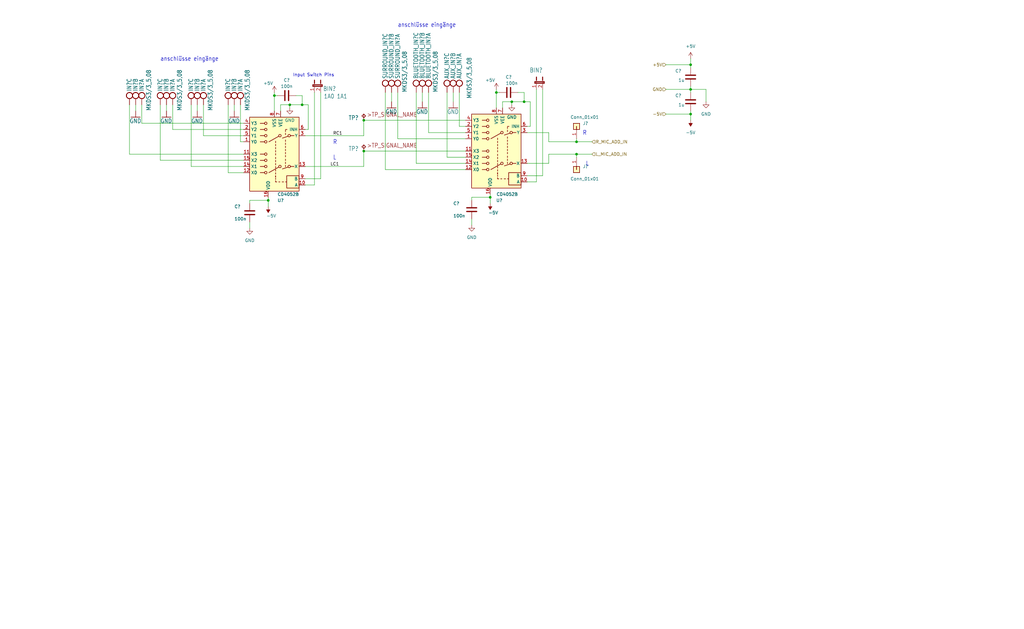
<source format=kicad_sch>
(kicad_sch (version 20211123) (generator eeschema)
  (paper "User" 421.818 259.232)
  (lib_symbols
    (symbol "Analog_Switch:CD4052B"
      (property "Reference" "U" (at -10.16 16.51 0))
      (property "Value" "CD4052B" (at 3.81 16.51 0))
      (symbol "CD4052B_0_1"
        (rectangle (start -10.16 8.89) (end -5.08 13.97) (stroke (width 0.254)))
        (rectangle (start -10.16 15.24) (end 10.16 -15.24) (stroke (width 0.254)) (fill (type background)))
        (circle (center -6.096 -7.62) (radius 0.508) (stroke (width 0.254)))
        (circle (center -6.096 5.08) (radius 0.508) (stroke (width 0.254)))
        (circle (center -2.286 -7.62) (radius 0.508) (stroke (width 0.254)))
        (circle (center -2.286 5.08) (radius 0.508) (stroke (width 0.254)))
        (polyline (pts (xy -8.128 -7.62) (xy -6.604 -7.62)) (stroke (width 0.254)))
        (polyline (pts (xy -8.128 5.08) (xy -6.604 5.08)) (stroke (width 0.254)))
        (polyline (pts (xy -5.588 -7.366) (xy -3.302 -6.604)) (stroke (width 0.254)))
        (polyline (pts (xy -5.588 5.334) (xy -3.302 6.096)) (stroke (width 0.254)))
        (polyline (pts (xy -4.572 -10.16) (xy -5.207 -10.16)) (stroke (width 0.254)))
        (polyline (pts (xy -4.572 -9.906) (xy -4.572 -9.271)) (stroke (width 0.254)))
        (polyline (pts (xy -4.572 -8.636) (xy -4.572 -8.001)) (stroke (width 0.254)))
        (polyline (pts (xy -4.572 -5.842) (xy -4.572 -5.207)) (stroke (width 0.254)))
        (polyline (pts (xy -4.572 -4.572) (xy -4.572 -3.937)) (stroke (width 0.254)))
        (polyline (pts (xy -4.572 -3.302) (xy -4.572 -2.667)) (stroke (width 0.254)))
        (polyline (pts (xy -4.572 -2.032) (xy -4.572 -1.397)) (stroke (width 0.254)))
        (polyline (pts (xy -4.572 -0.762) (xy -4.572 -0.127)) (stroke (width 0.254)))
        (polyline (pts (xy -4.572 0.508) (xy -4.572 1.143)) (stroke (width 0.254)))
        (polyline (pts (xy -4.572 2.032) (xy -4.572 2.667)) (stroke (width 0.254)))
        (polyline (pts (xy -4.572 3.302) (xy -4.572 3.937)) (stroke (width 0.254)))
        (polyline (pts (xy -4.572 4.572) (xy -4.572 5.207)) (stroke (width 0.254)))
        (polyline (pts (xy -4.572 11.43) (xy -5.08 11.43)) (stroke (width 0.254)))
        (polyline (pts (xy -3.81 11.43) (xy -3.175 11.43)) (stroke (width 0.254)))
        (polyline (pts (xy -1.778 -7.366) (xy 2.286 -5.08)) (stroke (width 0.254)))
        (polyline (pts (xy -1.778 5.334) (xy 2.286 7.62)) (stroke (width 0.254)))
        (polyline (pts (xy -1.778 11.43) (xy -2.286 11.43)) (stroke (width 0.254)))
        (polyline (pts (xy -0.508 -5.334) (xy -0.508 -4.699)) (stroke (width 0.254)))
        (polyline (pts (xy -0.508 -4.064) (xy -0.508 -3.429)) (stroke (width 0.254)))
        (polyline (pts (xy -0.508 -2.794) (xy -0.508 -2.159)) (stroke (width 0.254)))
        (polyline (pts (xy -0.508 -1.524) (xy -0.508 -0.889)) (stroke (width 0.254)))
        (polyline (pts (xy -0.508 -0.254) (xy -0.508 0.381)) (stroke (width 0.254)))
        (polyline (pts (xy -0.508 1.27) (xy -0.508 1.905)) (stroke (width 0.254)))
        (polyline (pts (xy -0.508 2.54) (xy -0.508 3.175)) (stroke (width 0.254)))
        (polyline (pts (xy -0.508 3.81) (xy -0.508 4.445)) (stroke (width 0.254)))
        (polyline (pts (xy -0.508 5.08) (xy -0.508 5.715)) (stroke (width 0.254)))
        (polyline (pts (xy -0.508 6.35) (xy -0.508 6.985)) (stroke (width 0.254)))
        (polyline (pts (xy -0.508 7.62) (xy -0.508 8.255)) (stroke (width 0.254)))
        (polyline (pts (xy -0.508 8.89) (xy -0.508 9.398)) (stroke (width 0.254)))
        (polyline (pts (xy -0.508 8.89) (xy -0.508 9.525)) (stroke (width 0.254)))
        (polyline (pts (xy -0.508 9.906) (xy -0.508 10.414)) (stroke (width 0.254)))
        (polyline (pts (xy -0.508 10.922) (xy -0.508 11.43)) (stroke (width 0.254)))
        (polyline (pts (xy -0.508 11.43) (xy -1.016 11.43)) (stroke (width 0.254)))
        (polyline (pts (xy 4.064 -12.7) (xy 5.842 -12.7)) (stroke (width 0.254)))
        (polyline (pts (xy 4.064 -10.16) (xy 5.842 -10.16)) (stroke (width 0.254)))
        (polyline (pts (xy 4.064 -7.62) (xy 5.842 -7.62)) (stroke (width 0.254)))
        (polyline (pts (xy 4.064 -5.08) (xy 5.842 -5.08)) (stroke (width 0.254)))
        (polyline (pts (xy 4.064 0) (xy 5.842 0)) (stroke (width 0.254)))
        (polyline (pts (xy 4.064 2.54) (xy 5.842 2.54)) (stroke (width 0.254)))
        (polyline (pts (xy 4.064 5.08) (xy 5.842 5.08)) (stroke (width 0.254)))
        (polyline (pts (xy 4.064 7.62) (xy 5.842 7.62)) (stroke (width 0.254)))
        (circle (center 3.556 -12.7) (radius 0.508) (stroke (width 0.254)))
        (circle (center 3.556 -10.16) (radius 0.508) (stroke (width 0.254)))
        (circle (center 3.556 -7.62) (radius 0.508) (stroke (width 0.254)))
        (circle (center 3.556 -5.08) (radius 0.508) (stroke (width 0.254)))
        (circle (center 3.556 0) (radius 0.508) (stroke (width 0.254)))
        (circle (center 3.556 2.54) (radius 0.508) (stroke (width 0.254)))
        (circle (center 3.556 5.08) (radius 0.508) (stroke (width 0.254)))
        (circle (center 3.556 7.62) (radius 0.508) (stroke (width 0.254)))
      )
      (symbol "CD4052B_1_1"
        (pin bidirectional line (at 12.7 -5.08 180) (length 2.54) (name "Y0") (number "1"))
        (pin input line (at -12.7 12.7 0) (length 2.54) (name "A") (number "10"))
        (pin bidirectional line (at 12.7 0 180) (length 2.54) (name "X3") (number "11"))
        (pin bidirectional line (at 12.7 7.62 180) (length 2.54) (name "X0") (number "12"))
        (pin bidirectional line (at -12.7 5.08 0) (length 2.54) (name "X") (number "13"))
        (pin bidirectional line (at 12.7 5.08 180) (length 2.54) (name "X1") (number "14"))
        (pin bidirectional line (at 12.7 2.54 180) (length 2.54) (name "X2") (number "15"))
        (pin power_in line (at 2.54 17.78 270) (length 2.54) (name "VDD") (number "16"))
        (pin bidirectional line (at 12.7 -10.16 180) (length 2.54) (name "Y2") (number "2"))
        (pin bidirectional line (at -12.7 -7.62 0) (length 2.54) (name "Y") (number "3"))
        (pin bidirectional line (at 12.7 -12.7 180) (length 2.54) (name "Y3") (number "4"))
        (pin bidirectional line (at 12.7 -7.62 180) (length 2.54) (name "Y1") (number "5"))
        (pin input line (at -12.7 -10.16 0) (length 2.54) (name "INH") (number "6"))
        (pin power_in line (at -2.54 -17.78 90) (length 2.54) (name "VEE") (number "7"))
        (pin power_in line (at 0 -17.78 90) (length 2.54) (name "VSS") (number "8"))
        (pin input line (at -12.7 10.16 0) (length 2.54) (name "B") (number "9"))
      )
    )
    (symbol "Connector_Generic:Conn_01x01" (pin_names (offset 1.016) hide)
      (property "Reference" "J" (at 0 2.54 0))
      (property "Value" "Conn_01x01" (at 0 -2.54 0))
      (symbol "Conn_01x01_1_1"
        (rectangle (start -1.27 0.127) (end 0 -0.127) (stroke (width 0.1524)))
        (rectangle (start -1.27 1.27) (end 1.27 -1.27) (stroke (width 0.254)) (fill (type background)))
        (pin passive line (at -5.08 0 0) (length 3.81) (name "Pin_1") (number "1"))
      )
    )
    (symbol "Device:C" (pin_numbers hide) (pin_names (offset 0.254))
      (property "Reference" "C" (at 0.635 2.54 0))
      (property "Value" "C" (at 0.635 -2.54 0))
      (symbol "C_0_1"
        (polyline (pts (xy -2.032 -0.762) (xy 2.032 -0.762)) (stroke (width 0.508)))
        (polyline (pts (xy -2.032 0.762) (xy 2.032 0.762)) (stroke (width 0.508)))
      )
      (symbol "C_1_1"
        (pin passive line (at 0 3.81 270) (length 2.794) (name "~") (number "1"))
        (pin passive line (at 0 -3.81 90) (length 2.794) (name "~") (number "2"))
      )
    )
    (symbol "Steuerungsmodul-eagle-import:GND" (power)
      (property "Value" "GND" (at -2.54 -2.54 0))
      (symbol "GND_1_0"
        (polyline (pts (xy -1.905 0) (xy 1.905 0)) (stroke (width 0.254)))
        (pin power_in line (at 0 2.54 270) (length 2.54) (name "GND") (number "1"))
      )
    )
    (symbol "Steuerungsmodul-eagle-import:JMP2"
      (property "Reference" "X" (at -1.27 0 90))
      (property "Value" "JMP2" (at 5.715 0 90))
      (symbol "JMP2_1_0"
        (polyline (pts (xy -0.635 0) (xy 3.175 0)) (stroke (width 0.4064)))
        (polyline (pts (xy -0.635 0.635) (xy -0.635 0)) (stroke (width 0.4064)))
        (polyline (pts (xy 0 0) (xy 0 1.27)) (stroke (width 0.1524)))
        (polyline (pts (xy 0 2.54) (xy 0 1.27)) (stroke (width 0.4064)))
        (polyline (pts (xy 2.54 0) (xy 2.54 1.27)) (stroke (width 0.1524)))
        (polyline (pts (xy 2.54 2.54) (xy 2.54 1.27)) (stroke (width 0.4064)))
        (polyline (pts (xy 3.175 0) (xy 3.175 0.635)) (stroke (width 0.4064)))
        (polyline (pts (xy 3.175 0.635) (xy -0.635 0.635)) (stroke (width 0.4064)))
        (pin passive line (at 0 -2.54 90) (length 2.54) (name "1") (number "1"))
        (pin passive line (at 2.54 -2.54 90) (length 2.54) (name "2") (number "2"))
      )
    )
    (symbol "Steuerungsmodul-eagle-import:MKDS3{slash}3_5,08"
      (property "Reference" "X" (at 0.508 1.651 0))
      (property "Value" "MKDS3{slash}3_5,08" (at -5.08 -1.143 0))
      (symbol "MKDS3{slash}3_5,08_1_0"
        (circle (center -1.27 2.54) (radius 1.27) (stroke (width 0.254)))
        (circle (center -1.27 2.54) (radius 1.27) (stroke (width 0.254)))
        (circle (center -1.27 2.54) (radius 1.27) (stroke (width 0.254)))
        (pin passive line (at -5.08 2.54 0) (length 2.54) (name "KL") (number "P$1"))
      )
      (symbol "MKDS3{slash}3_5,08_2_0"
        (circle (center -1.27 2.54) (radius 1.27) (stroke (width 0.254)))
        (circle (center -1.27 2.54) (radius 1.27) (stroke (width 0.254)))
        (circle (center -1.27 2.54) (radius 1.27) (stroke (width 0.254)))
        (pin passive line (at -5.08 2.54 0) (length 2.54) (name "KL") (number "P$2"))
      )
      (symbol "MKDS3{slash}3_5,08_3_0"
        (circle (center -1.27 2.54) (radius 1.27) (stroke (width 0.254)))
        (circle (center -1.27 2.54) (radius 1.27) (stroke (width 0.254)))
        (circle (center -1.27 2.54) (radius 1.27) (stroke (width 0.254)))
        (pin passive line (at -5.08 2.54 0) (length 2.54) (name "KL") (number "P$3"))
      )
    )
    (symbol "Steuerungsmodul-eagle-import:TPB2,54"
      (property "Reference" "TP" (at -1.27 1.27 0))
      (symbol "TPB2,54_1_0"
        (polyline (pts (xy -0.762 -0.762) (xy 0 0)) (stroke (width 0.254)))
        (polyline (pts (xy 0 -1.524) (xy -0.762 -0.762)) (stroke (width 0.254)))
        (polyline (pts (xy 0 0) (xy 0.762 -0.762)) (stroke (width 0.254)))
        (polyline (pts (xy 0.762 -0.762) (xy 0 -1.524)) (stroke (width 0.254)))
        (text ">TP_SIGNAL_NAME" (at 1.27 -1.27 0) (effects (font (size 1.778 1.5113)) (justify left bottom)))
        (pin input line (at 0 -2.54 90) (length 2.54) (name "TP") (number "TP"))
      )
    )
    (symbol "power:+5V" (power) (pin_names (offset 0))
      (property "Value" "+5V" (at 0 3.556 0))
      (symbol "+5V_0_1"
        (polyline (pts (xy -0.762 1.27) (xy 0 2.54)))
        (polyline (pts (xy 0 0) (xy 0 2.54)))
        (polyline (pts (xy 0 2.54) (xy 0.762 1.27)))
      )
      (symbol "+5V_1_1"
        (pin power_in line (at 0 0 90) (length 0) hide (name "+5V") (number "1"))
      )
    )
    (symbol "power:-5V" (power) (pin_names (offset 0))
      (property "Value" "-5V" (at 0 3.81 0))
      (symbol "-5V_0_0"
        (pin power_in line (at 0 0 90) (length 0) hide (name "-5V") (number "1"))
      )
      (symbol "-5V_0_1"
        (polyline (pts (xy 0 0) (xy 0 1.27) (xy 0.762 1.27) (xy 0 2.54) (xy -0.762 1.27) (xy 0 1.27)) (fill (type outline)))
      )
    )
    (symbol "power:GND" (power) (pin_names (offset 0))
      (property "Value" "GND" (at 0 -3.81 0))
      (symbol "GND_0_1"
        (polyline (pts (xy 0 0) (xy 0 -1.27) (xy 1.27 -1.27) (xy 0 -2.54) (xy -1.27 -1.27) (xy 0 -1.27)))
      )
      (symbol "GND_1_1"
        (pin power_in line (at 0 0 270) (length 0) hide (name "GND") (number "1"))
      )
    )
  )
  (junction (at 215.9 41.91))
  (junction (at 204.47 38.1))
  (junction (at 149.86 49.53))
  (junction (at 119.38 43.18))
  (junction (at 284.48 26.67))
  (junction (at 284.48 46.99))
  (junction (at 237.49 63.5))
  (junction (at 113.03 39.37))
  (junction (at 284.48 36.83))
  (junction (at 149.86 62.23))
  (junction (at 210.82 41.91))
  (junction (at 110.49 82.55))
  (junction (at 237.49 58.42))
  (junction (at 124.46 43.18))
  (junction (at 201.93 81.28))
  (wire (pts (xy 149.86 62.23) (xy 191.77 62.23)))
  (wire (pts (xy 93.98 43.18) (xy 93.98 71.12)))
  (wire (pts (xy 71.12 53.34) (xy 100.33 53.34)))
  (wire (pts (xy 215.9 41.91) (xy 218.44 41.91)))
  (wire (pts (xy 149.86 55.88) (xy 149.86 49.53)))
  (wire (pts (xy 226.06 58.42) (xy 226.06 54.61)))
  (wire (pts (xy 284.48 46.99) (xy 284.48 49.53)))
  (wire (pts (xy 237.49 63.5) (xy 226.06 63.5)))
  (wire (pts (xy 158.75 69.85) (xy 191.77 69.85)))
  (wire (pts (xy 100.33 68.58) (xy 78.74 68.58)))
  (wire (pts (xy 210.82 41.91) (xy 210.82 43.18)))
  (wire (pts (xy 217.17 67.31) (xy 226.06 67.31)))
  (wire (pts (xy 237.49 58.42) (xy 226.06 58.42)))
  (wire (pts (xy 58.42 43.18) (xy 58.42 50.8)))
  (wire (pts (xy 110.49 82.55) (xy 102.87 82.55)))
  (wire (pts (xy 184.15 64.77) (xy 191.77 64.77)))
  (wire (pts (xy 204.47 38.1) (xy 204.47 44.45)))
  (wire (pts (xy 243.84 58.42) (xy 237.49 58.42)))
  (wire (pts (xy 115.57 45.72) (xy 115.57 43.18)))
  (wire (pts (xy 207.01 41.91) (xy 210.82 41.91)))
  (wire (pts (xy 215.9 38.1) (xy 215.9 41.91)))
  (wire (pts (xy 102.87 82.55) (xy 102.87 83.82)))
  (wire (pts (xy 119.38 43.18) (xy 119.38 44.45)))
  (wire (pts (xy 284.48 26.67) (xy 284.48 27.94)))
  (wire (pts (xy 125.73 73.66) (xy 132.08 73.66)))
  (wire (pts (xy 220.98 36.83) (xy 220.98 74.93)))
  (wire (pts (xy 207.01 44.45) (xy 207.01 41.91)))
  (wire (pts (xy 223.52 72.39) (xy 223.52 36.83)))
  (wire (pts (xy 110.49 81.28) (xy 110.49 82.55)))
  (wire (pts (xy 237.49 63.5) (xy 237.49 64.77)))
  (wire (pts (xy 210.82 41.91) (xy 215.9 41.91)))
  (wire (pts (xy 194.31 81.28) (xy 194.31 82.55)))
  (wire (pts (xy 55.88 45.72) (xy 55.88 43.18)))
  (wire (pts (xy 110.49 82.55) (xy 110.49 85.09)))
  (wire (pts (xy 217.17 72.39) (xy 223.52 72.39)))
  (wire (pts (xy 115.57 43.18) (xy 119.38 43.18)))
  (wire (pts (xy 204.47 36.83) (xy 204.47 38.1)))
  (wire (pts (xy 149.86 68.58) (xy 149.86 62.23)))
  (wire (pts (xy 274.32 46.99) (xy 284.48 46.99)))
  (wire (pts (xy 186.69 38.1) (xy 186.69 41.91)))
  (wire (pts (xy 290.83 36.83) (xy 290.83 41.91)))
  (wire (pts (xy 125.73 68.58) (xy 149.86 68.58)))
  (wire (pts (xy 217.17 52.07) (xy 218.44 52.07)))
  (wire (pts (xy 243.84 63.5) (xy 237.49 63.5)))
  (wire (pts (xy 226.06 63.5) (xy 226.06 67.31)))
  (wire (pts (xy 204.47 38.1) (xy 205.74 38.1)))
  (wire (pts (xy 81.28 45.72) (xy 81.28 43.18)))
  (wire (pts (xy 189.23 38.1) (xy 189.23 52.07)))
  (wire (pts (xy 102.87 91.44) (xy 102.87 93.98)))
  (wire (pts (xy 284.48 36.83) (xy 290.83 36.83)))
  (wire (pts (xy 71.12 43.18) (xy 71.12 53.34)))
  (wire (pts (xy 119.38 43.18) (xy 124.46 43.18)))
  (wire (pts (xy 113.03 38.1) (xy 113.03 39.37)))
  (wire (pts (xy 78.74 68.58) (xy 78.74 43.18)))
  (wire (pts (xy 173.99 41.91) (xy 173.99 38.1)))
  (wire (pts (xy 163.83 57.15) (xy 191.77 57.15)))
  (wire (pts (xy 113.03 39.37) (xy 114.3 39.37)))
  (wire (pts (xy 100.33 63.5) (xy 53.34 63.5)))
  (wire (pts (xy 68.58 45.72) (xy 68.58 43.18)))
  (wire (pts (xy 96.52 45.72) (xy 96.52 43.18)))
  (wire (pts (xy 189.23 52.07) (xy 191.77 52.07)))
  (wire (pts (xy 218.44 41.91) (xy 218.44 52.07)))
  (wire (pts (xy 100.33 66.04) (xy 66.04 66.04)))
  (wire (pts (xy 171.45 38.1) (xy 171.45 67.31)))
  (wire (pts (xy 124.46 43.18) (xy 127 43.18)))
  (wire (pts (xy 176.53 54.61) (xy 191.77 54.61)))
  (wire (pts (xy 93.98 71.12) (xy 100.33 71.12)))
  (wire (pts (xy 99.06 43.18) (xy 99.06 58.42)))
  (wire (pts (xy 201.93 81.28) (xy 194.31 81.28)))
  (wire (pts (xy 53.34 63.5) (xy 53.34 43.18)))
  (wire (pts (xy 217.17 74.93) (xy 220.98 74.93)))
  (wire (pts (xy 284.48 36.83) (xy 284.48 38.1)))
  (wire (pts (xy 184.15 38.1) (xy 184.15 64.77)))
  (wire (pts (xy 158.75 38.1) (xy 158.75 69.85)))
  (wire (pts (xy 121.92 39.37) (xy 124.46 39.37)))
  (wire (pts (xy 127 53.34) (xy 127 43.18)))
  (wire (pts (xy 194.31 90.17) (xy 194.31 92.71)))
  (wire (pts (xy 201.93 81.28) (xy 201.93 83.82)))
  (wire (pts (xy 163.83 38.1) (xy 163.83 57.15)))
  (wire (pts (xy 129.54 38.1) (xy 129.54 76.2)))
  (wire (pts (xy 149.86 49.53) (xy 191.77 49.53)))
  (wire (pts (xy 100.33 50.8) (xy 58.42 50.8)))
  (wire (pts (xy 274.32 26.67) (xy 284.48 26.67)))
  (wire (pts (xy 99.06 58.42) (xy 100.33 58.42)))
  (wire (pts (xy 274.32 36.83) (xy 284.48 36.83)))
  (wire (pts (xy 237.49 57.15) (xy 237.49 58.42)))
  (wire (pts (xy 217.17 54.61) (xy 226.06 54.61)))
  (wire (pts (xy 171.45 67.31) (xy 191.77 67.31)))
  (wire (pts (xy 66.04 66.04) (xy 66.04 43.18)))
  (wire (pts (xy 284.48 35.56) (xy 284.48 36.83)))
  (wire (pts (xy 125.73 53.34) (xy 127 53.34)))
  (wire (pts (xy 284.48 45.72) (xy 284.48 46.99)))
  (wire (pts (xy 161.29 41.91) (xy 161.29 38.1)))
  (wire (pts (xy 113.03 39.37) (xy 113.03 45.72)))
  (wire (pts (xy 83.82 55.88) (xy 100.33 55.88)))
  (wire (pts (xy 125.73 55.88) (xy 149.86 55.88)))
  (wire (pts (xy 201.93 80.01) (xy 201.93 81.28)))
  (wire (pts (xy 213.36 38.1) (xy 215.9 38.1)))
  (wire (pts (xy 176.53 38.1) (xy 176.53 54.61)))
  (wire (pts (xy 132.08 73.66) (xy 132.08 38.1)))
  (wire (pts (xy 284.48 24.13) (xy 284.48 26.67)))
  (wire (pts (xy 125.73 76.2) (xy 129.54 76.2)))
  (wire (pts (xy 124.46 39.37) (xy 124.46 43.18)))
  (wire (pts (xy 83.82 43.18) (xy 83.82 55.88)))
  (text "R" (at 137.16 59.69 180) (effects (font (size 1.778 1.5113)) (justify left bottom)))
  (text "L" (at 137.16 66.04 180) (effects (font (size 1.778 1.5113)) (justify left bottom)))
  (text "L" (at 241.3 68.58 180) (effects (font (size 1.778 1.5113)) (justify left bottom)))
  (text "Input Switch Pins\n" (at 120.65 31.75 0) (effects (font (size 1.27 1.27)) (justify left bottom)))
  (text "R" (at 240.03 55.88 180) (effects (font (size 1.778 1.5113)) (justify left bottom)))
  (text "anschlüsse eingänge" (at 163.83 11.43 180) (effects (font (size 1.778 1.5113)) (justify left bottom)))
  (text "anschlüsse eingänge" (at 66.04 25.4 180) (effects (font (size 1.778 1.5113)) (justify left bottom)))
  (label "RC1" (at 137.16 55.88 0) (effects (font (size 1.2446 1.2446))))
  (label "LC1" (at 139.7 68.58 180) (effects (font (size 1.2446 1.2446))))
  (hierarchical_label "L_MIC_ADD_IN" (shape input) (at 243.84 63.5 0))
  (hierarchical_label "R_MIC_ADD_IN" (shape input) (at 243.84 58.42 0))
  (hierarchical_label "GND" (shape input) (at 274.32 36.83 180))
  (hierarchical_label "-5V" (shape input) (at 274.32 46.99 180))
  (hierarchical_label "+5V" (shape input) (at 274.32 26.67 180))
  (symbol (lib_id "Steuerungsmodul-eagle-import:GND") (at 186.69 44.45 0) (unit 1)
    (property "Reference" "#GND?" (effects hide))
    (property "Value" "GND" (at 184.15 46.99 0) (effects (font (size 1.778 1.5113)) (justify left bottom)))
    (property "Footprint" "Steuerungsmodul:" (effects hide))
  )
  (symbol (lib_id "Steuerungsmodul-eagle-import:MKDS3{slash}3_5,08") (at 99.06 38.1 90) (unit 2)
    (property "Reference" "IN?" (at 97.409 37.592 0) (effects (font (size 1.778 1.5113)) (justify left bottom)))
    (property "Value" "MKDS3{slash}3_5,08" (effects hide))
    (property "Footprint" "Steuerungsmodul:MKDS3_3_5,08" (effects hide))
  )
  (symbol (lib_id "Steuerungsmodul-eagle-import:JMP2") (at 129.54 35.56 0) (unit 1)
    (property "Reference" "BIN?" (at 138.43 35.56 0) (effects (font (size 1.778 1.5113)) (justify right top)))
    (property "Value" "1A0 1A1" (at 133.35 40.64 0) (effects (font (size 1.778 1.5113)) (justify left bottom)))
    (property "Footprint" "Steuerungsmodul:JMP2" (effects hide))
  )
  (symbol (lib_id "Steuerungsmodul-eagle-import:MKDS3{slash}3_5,08") (at 173.99 33.02 90) (unit 3)
    (property "Reference" "BLUETOOTH_IN?" (at 172.339 32.512 0) (effects (font (size 1.778 1.5113)) (justify left bottom)))
    (property "Value" "MKDS3{slash}3_5,08" (at 180.34 38.1 0) (effects (font (size 1.778 1.5113)) (justify left bottom)))
    (property "Footprint" "Steuerungsmodul:MKDS3_3_5,08" (effects hide))
  )
  (symbol (lib_id "Steuerungsmodul-eagle-import:GND") (at 173.99 44.45 0) (unit 1)
    (property "Reference" "#GND?" (effects hide))
    (property "Value" "GND" (at 171.45 46.99 0) (effects (font (size 1.778 1.5113)) (justify left bottom)))
    (property "Footprint" "Steuerungsmodul:" (effects hide))
  )
  (symbol (lib_id "Steuerungsmodul-eagle-import:TPB2,54") (at 149.86 46.99 0) (unit 1)
    (property "Reference" "TP?" (at 143.51 49.53 0) (effects (font (size 1.778 1.5113)) (justify left bottom)))
    (property "Value" "TPB2,54" (effects hide))
    (property "Footprint" "Steuerungsmodul:B2,54" (effects hide))
  )
  (symbol (lib_id "Steuerungsmodul-eagle-import:GND") (at 55.88 48.26 0) (unit 1)
    (property "Reference" "#GND?" (effects hide))
    (property "Value" "GND" (at 53.34 50.8 0) (effects (font (size 1.778 1.5113)) (justify left bottom)))
    (property "Footprint" "Steuerungsmodul:" (effects hide))
  )
  (symbol (lib_id "Device:C") (at 102.87 87.63 0) (unit 1)
    (property "Reference" "C?" (at 96.52 85.09 0) (effects (justify left)))
    (property "Value" "100n" (at 96.52 90.17 0) (effects (justify left)))
    (property "Footprint" "Capacitor_SMD:C_0805_2012Metric" (effects hide))
  )
  (symbol (lib_id "Steuerungsmodul-eagle-import:MKDS3{slash}3_5,08") (at 186.69 33.02 90) (unit 3)
    (property "Reference" "AUX_IN?" (at 185.039 32.512 0) (effects (font (size 1.778 1.5113)) (justify left bottom)))
    (property "Value" "MKDS3{slash}3_5,08" (at 194.31 40.64 0) (effects (font (size 1.778 1.5113)) (justify left bottom)))
    (property "Footprint" "Steuerungsmodul:MKDS3_3_5,08" (effects hide))
  )
  (symbol (lib_id "Analog_Switch:CD4052B") (at 204.47 62.23 180) (unit 1)
    (property "Reference" "U?" (at 207.01 82.55 0) (effects (justify left)))
    (property "Value" "CD4052B" (at 213.36 80.01 0) (effects (justify left)))
    (property "Datasheet" "http://www.ti.com/lit/ds/symlink/cd4052b.pdf" (effects hide))
  )
  (symbol (lib_id "Connector_Generic:Conn_01x01") (at 237.49 52.07 90) (unit 1)
    (property "Reference" "J?" (at 240.03 50.7999 90) (effects (justify right)))
    (property "Value" "Conn_01x01" (at 234.95 48.26 90) (effects (justify right)))
    (property "Footprint" "Connector_PinSocket_2.54mm:PinSocket_1x01_P2.54mm_Vertical" (effects hide))
  )
  (symbol (lib_id "Steuerungsmodul-eagle-import:MKDS3{slash}3_5,08") (at 163.83 33.02 90) (unit 2)
    (property "Reference" "SURROUND_IN?" (at 162.179 32.512 0) (effects (font (size 1.778 1.5113)) (justify left bottom)))
    (property "Value" "MKDS3{slash}3_5,08" (effects hide))
    (property "Footprint" "Steuerungsmodul:MKDS3_3_5,08" (effects hide))
  )
  (symbol (lib_id "power:GND") (at 119.38 44.45 0) (unit 1)
    (property "Reference" "#PWR?" (effects hide))
    (property "Value" "GND" (at 119.38 49.53 0))
  )
  (symbol (lib_id "Steuerungsmodul-eagle-import:MKDS3{slash}3_5,08") (at 96.52 38.1 90) (unit 3)
    (property "Reference" "IN?" (at 94.869 37.592 0) (effects (font (size 1.778 1.5113)) (justify left bottom)))
    (property "Value" "MKDS3{slash}3_5,08" (at 102.87 45.72 0) (effects (font (size 1.778 1.5113)) (justify left bottom)))
    (property "Footprint" "Steuerungsmodul:MKDS3_3_5,08" (effects hide))
  )
  (symbol (lib_id "Device:C") (at 284.48 41.91 0) (unit 1)
    (property "Reference" "C?" (at 278.13 39.37 0) (effects (justify left)))
    (property "Value" "1u" (at 279.4 43.18 0) (effects (justify left)))
  )
  (symbol (lib_id "Steuerungsmodul-eagle-import:MKDS3{slash}3_5,08") (at 81.28 38.1 90) (unit 3)
    (property "Reference" "IN?" (at 79.629 37.592 0) (effects (font (size 1.778 1.5113)) (justify left bottom)))
    (property "Value" "MKDS3{slash}3_5,08" (at 87.63 45.72 0) (effects (font (size 1.778 1.5113)) (justify left bottom)))
    (property "Footprint" "Steuerungsmodul:MKDS3_3_5,08" (effects hide))
  )
  (symbol (lib_id "Steuerungsmodul-eagle-import:TPB2,54") (at 149.86 59.69 0) (unit 1)
    (property "Reference" "TP?" (at 143.51 62.23 0) (effects (font (size 1.778 1.5113)) (justify left bottom)))
    (property "Value" "TPB2,54" (effects hide))
    (property "Footprint" "Steuerungsmodul:B2,54" (effects hide))
  )
  (symbol (lib_id "Analog_Switch:CD4052B") (at 113.03 63.5 180) (unit 1)
    (property "Reference" "U?" (at 114.3 82.55 0) (effects (justify right)))
    (property "Value" "CD4052B" (at 114.3 80.01 0) (effects (justify right)))
    (property "Datasheet" "http://www.ti.com/lit/ds/symlink/cd4052b.pdf" (effects hide))
  )
  (symbol (lib_id "Steuerungsmodul-eagle-import:MKDS3{slash}3_5,08") (at 189.23 33.02 90) (unit 2)
    (property "Reference" "AUX_IN?" (at 187.579 32.512 0) (effects (font (size 1.778 1.5113)) (justify left bottom)))
    (property "Value" "MKDS3{slash}3_5,08" (effects hide))
    (property "Footprint" "Steuerungsmodul:MKDS3_3_5,08" (effects hide))
  )
  (symbol (lib_id "power:GND") (at 210.82 43.18 0) (unit 1)
    (property "Reference" "#PWR?" (effects hide))
    (property "Value" "GND" (at 210.82 48.26 0))
  )
  (symbol (lib_id "Steuerungsmodul-eagle-import:GND") (at 96.52 48.26 0) (unit 1)
    (property "Reference" "#GND?" (effects hide))
    (property "Value" "GND" (at 93.98 50.8 0) (effects (font (size 1.778 1.5113)) (justify left bottom)))
    (property "Footprint" "Steuerungsmodul:" (effects hide))
  )
  (symbol (lib_id "power:-5V") (at 201.93 83.82 180) (unit 1)
    (property "Reference" "#PWR?" (effects hide))
    (property "Value" "-5V" (at 203.2 87.63 0))
  )
  (symbol (lib_id "Steuerungsmodul-eagle-import:MKDS3{slash}3_5,08") (at 73.66 38.1 90) (unit 1)
    (property "Reference" "IN?" (at 72.009 37.592 0) (effects (font (size 1.778 1.5113)) (justify left bottom)))
    (property "Value" "MKDS3{slash}3_5,08" (effects hide))
    (property "Footprint" "Steuerungsmodul:MKDS3_3_5,08" (effects hide))
  )
  (symbol (lib_id "Steuerungsmodul-eagle-import:JMP2") (at 220.98 34.29 0) (unit 1)
    (property "Reference" "BIN?" (at 223.52 27.94 0) (effects (font (size 1.778 1.5113)) (justify right top)))
    (property "Value" "2A0 2A1" (at 224.79 39.37 0) (effects (font (size 1.778 1.5113)) (justify left bottom)))
    (property "Footprint" "Steuerungsmodul:JMP2" (effects hide))
    (property "Value" "B" (effects hide))
  )
  (symbol (lib_id "Steuerungsmodul-eagle-import:MKDS3{slash}3_5,08") (at 60.96 38.1 90) (unit 1)
    (property "Reference" "IN?" (at 59.309 37.592 0) (effects (font (size 1.778 1.5113)) (justify left bottom)))
    (property "Value" "MKDS3{slash}3_5,08" (effects hide))
    (property "Footprint" "Steuerungsmodul:MKDS3_3_5,08" (effects hide))
  )
  (symbol (lib_id "power:GND") (at 194.31 92.71 0) (unit 1)
    (property "Reference" "#PWR?" (effects hide))
    (property "Value" "GND" (at 194.31 97.79 0))
  )
  (symbol (lib_id "power:+5V") (at 113.03 38.1 0) (unit 1)
    (property "Reference" "#PWR?" (effects hide))
    (property "Value" "+5V" (at 110.49 34.29 0))
  )
  (symbol (lib_id "power:-5V") (at 110.49 85.09 180) (unit 1)
    (property "Reference" "#PWR?" (effects hide))
    (property "Value" "-5V" (at 111.76 88.9 0))
  )
  (symbol (lib_id "Steuerungsmodul-eagle-import:MKDS3{slash}3_5,08") (at 179.07 33.02 90) (unit 1)
    (property "Reference" "BLUETOOTH_IN?" (at 177.419 32.512 0) (effects (font (size 1.778 1.5113)) (justify left bottom)))
    (property "Value" "MKDS3{slash}3_5,08" (effects hide))
    (property "Footprint" "Steuerungsmodul:MKDS3_3_5,08" (effects hide))
  )
  (symbol (lib_id "Steuerungsmodul-eagle-import:GND") (at 161.29 44.45 0) (unit 1)
    (property "Reference" "#GND?" (effects hide))
    (property "Value" "GND" (at 158.75 46.99 0) (effects (font (size 1.778 1.5113)) (justify left bottom)))
    (property "Footprint" "Steuerungsmodul:" (effects hide))
  )
  (symbol (lib_id "Steuerungsmodul-eagle-import:MKDS3{slash}3_5,08") (at 176.53 33.02 90) (unit 2)
    (property "Reference" "BLUETOOTH_IN?" (at 174.879 32.512 0) (effects (font (size 1.778 1.5113)) (justify left bottom)))
    (property "Value" "MKDS3{slash}3_5,08" (effects hide))
    (property "Footprint" "Steuerungsmodul:MKDS3_3_5,08" (effects hide))
  )
  (symbol (lib_id "Device:C") (at 209.55 38.1 90) (unit 1)
    (property "Reference" "C?" (at 209.55 31.75 90))
    (property "Value" "100n" (at 210.82 34.29 90))
    (property "Footprint" "Capacitor_SMD:C_0805_2012Metric" (effects hide))
  )
  (symbol (lib_id "power:GND") (at 290.83 41.91 0) (unit 1)
    (property "Reference" "#PWR?" (effects hide))
    (property "Value" "GND" (at 290.83 46.99 0))
  )
  (symbol (lib_id "Steuerungsmodul-eagle-import:MKDS3{slash}3_5,08") (at 101.6 38.1 90) (unit 1)
    (property "Reference" "IN?" (at 99.949 37.592 0) (effects (font (size 1.778 1.5113)) (justify left bottom)))
    (property "Value" "MKDS3{slash}3_5,08" (effects hide))
    (property "Footprint" "Steuerungsmodul:MKDS3_3_5,08" (effects hide))
  )
  (symbol (lib_id "power:+5V") (at 204.47 36.83 0) (unit 1)
    (property "Reference" "#PWR?" (effects hide))
    (property "Value" "+5V" (at 201.93 33.02 0))
  )
  (symbol (lib_id "Steuerungsmodul-eagle-import:MKDS3{slash}3_5,08") (at 71.12 38.1 90) (unit 2)
    (property "Reference" "IN?" (at 69.469 37.592 0) (effects (font (size 1.778 1.5113)) (justify left bottom)))
    (property "Value" "MKDS3{slash}3_5,08" (effects hide))
    (property "Footprint" "Steuerungsmodul:MKDS3_3_5,08" (effects hide))
  )
  (symbol (lib_id "power:GND") (at 102.87 93.98 0) (unit 1)
    (property "Reference" "#PWR?" (effects hide))
    (property "Value" "GND" (at 102.87 99.06 0))
  )
  (symbol (lib_id "power:+5V") (at 284.48 24.13 0) (unit 1)
    (property "Reference" "#PWR?" (effects hide))
    (property "Value" "+5V" (at 284.48 19.05 0))
  )
  (symbol (lib_id "Steuerungsmodul-eagle-import:MKDS3{slash}3_5,08") (at 191.77 33.02 90) (unit 1)
    (property "Reference" "AUX_IN?" (at 190.119 32.512 0) (effects (font (size 1.778 1.5113)) (justify left bottom)))
    (property "Value" "MKDS3{slash}3_5,08" (effects hide))
    (property "Footprint" "Steuerungsmodul:MKDS3_3_5,08" (effects hide))
  )
  (symbol (lib_id "Steuerungsmodul-eagle-import:MKDS3{slash}3_5,08") (at 166.37 33.02 90) (unit 1)
    (property "Reference" "SURROUND_IN?" (at 164.719 32.512 0) (effects (font (size 1.778 1.5113)) (justify left bottom)))
    (property "Value" "MKDS3{slash}3_5,08" (effects hide))
    (property "Footprint" "Steuerungsmodul:MKDS3_3_5,08" (effects hide))
  )
  (symbol (lib_id "Steuerungsmodul-eagle-import:MKDS3{slash}3_5,08") (at 68.58 38.1 90) (unit 3)
    (property "Reference" "IN?" (at 66.929 37.592 0) (effects (font (size 1.778 1.5113)) (justify left bottom)))
    (property "Value" "MKDS3{slash}3_5,08" (at 74.93 45.72 0) (effects (font (size 1.778 1.5113)) (justify left bottom)))
    (property "Footprint" "Steuerungsmodul:MKDS3_3_5,08" (effects hide))
  )
  (symbol (lib_id "Steuerungsmodul-eagle-import:MKDS3{slash}3_5,08") (at 55.88 38.1 90) (unit 3)
    (property "Reference" "IN?" (at 54.229 37.592 0) (effects (font (size 1.778 1.5113)) (justify left bottom)))
    (property "Value" "MKDS3{slash}3_5,08" (at 62.23 45.72 0) (effects (font (size 1.778 1.5113)) (justify left bottom)))
    (property "Footprint" "Steuerungsmodul:MKDS3_3_5,08" (effects hide))
  )
  (symbol (lib_id "power:-5V") (at 284.48 49.53 180) (unit 1)
    (property "Reference" "#PWR?" (effects hide))
    (property "Value" "-5V" (at 284.48 54.61 0))
  )
  (symbol (lib_id "Device:C") (at 284.48 31.75 0) (unit 1)
    (property "Reference" "C?" (at 278.13 29.21 0) (effects (justify left)))
    (property "Value" "1u" (at 279.4 33.02 0) (effects (justify left)))
  )
  (symbol (lib_id "Device:C") (at 118.11 39.37 90) (unit 1)
    (property "Reference" "C?" (at 118.11 33.02 90))
    (property "Value" "100n" (at 118.11 35.56 90))
    (property "Footprint" "Capacitor_SMD:C_0805_2012Metric" (effects hide))
  )
  (symbol (lib_id "Steuerungsmodul-eagle-import:MKDS3{slash}3_5,08") (at 161.29 33.02 90) (unit 3)
    (property "Reference" "SURROUND_IN?" (at 159.639 32.512 0) (effects (font (size 1.778 1.5113)) (justify left bottom)))
    (property "Value" "MKDS3{slash}3_5,08" (at 167.64 38.1 0) (effects (font (size 1.778 1.5113)) (justify left bottom)))
    (property "Footprint" "Steuerungsmodul:MKDS3_3_5,08" (effects hide))
  )
  (symbol (lib_id "Steuerungsmodul-eagle-import:MKDS3{slash}3_5,08") (at 86.36 38.1 90) (unit 1)
    (property "Reference" "IN?" (at 84.709 37.592 0) (effects (font (size 1.778 1.5113)) (justify left bottom)))
    (property "Value" "MKDS3{slash}3_5,08" (effects hide))
    (property "Footprint" "Steuerungsmodul:MKDS3_3_5,08" (effects hide))
  )
  (symbol (lib_id "Device:C") (at 194.31 86.36 0) (unit 1)
    (property "Reference" "C?" (at 186.69 83.82 0) (effects (justify left)))
    (property "Value" "100n" (at 186.69 88.9 0) (effects (justify left)))
    (property "Footprint" "Capacitor_SMD:C_0805_2012Metric" (effects hide))
  )
  (symbol (lib_id "Connector_Generic:Conn_01x01") (at 237.49 69.85 270) (unit 1)
    (property "Reference" "J?" (at 240.03 68.5799 90) (effects (justify left)))
    (property "Value" "Conn_01x01" (at 234.95 73.66 90) (effects (justify left)))
    (property "Footprint" "Connector_PinSocket_2.54mm:PinSocket_1x01_P2.54mm_Vertical" (effects hide))
  )
  (symbol (lib_id "Steuerungsmodul-eagle-import:MKDS3{slash}3_5,08") (at 83.82 38.1 90) (unit 2)
    (property "Reference" "IN?" (at 82.169 37.592 0) (effects (font (size 1.778 1.5113)) (justify left bottom)))
    (property "Value" "MKDS3{slash}3_5,08" (effects hide))
    (property "Footprint" "Steuerungsmodul:MKDS3_3_5,08" (effects hide))
  )
  (symbol (lib_id "Steuerungsmodul-eagle-import:GND") (at 68.58 48.26 0) (unit 1)
    (property "Reference" "#GND?" (effects hide))
    (property "Value" "GND" (at 66.04 50.8 0) (effects (font (size 1.778 1.5113)) (justify left bottom)))
    (property "Footprint" "Steuerungsmodul:" (effects hide))
  )
  (symbol (lib_id "Steuerungsmodul-eagle-import:MKDS3{slash}3_5,08") (at 58.42 38.1 90) (unit 2)
    (property "Reference" "IN?" (at 56.769 37.592 0) (effects (font (size 1.778 1.5113)) (justify left bottom)))
    (property "Value" "MKDS3{slash}3_5,08" (effects hide))
    (property "Footprint" "Steuerungsmodul:MKDS3_3_5,08" (effects hide))
  )
  (symbol (lib_id "Steuerungsmodul-eagle-import:GND") (at 81.28 48.26 0) (unit 1)
    (property "Reference" "#GND?" (effects hide))
    (property "Value" "GND" (at 78.74 50.8 0) (effects (font (size 1.778 1.5113)) (justify left bottom)))
    (property "Footprint" "Steuerungsmodul:" (effects hide))
  )
)
</source>
